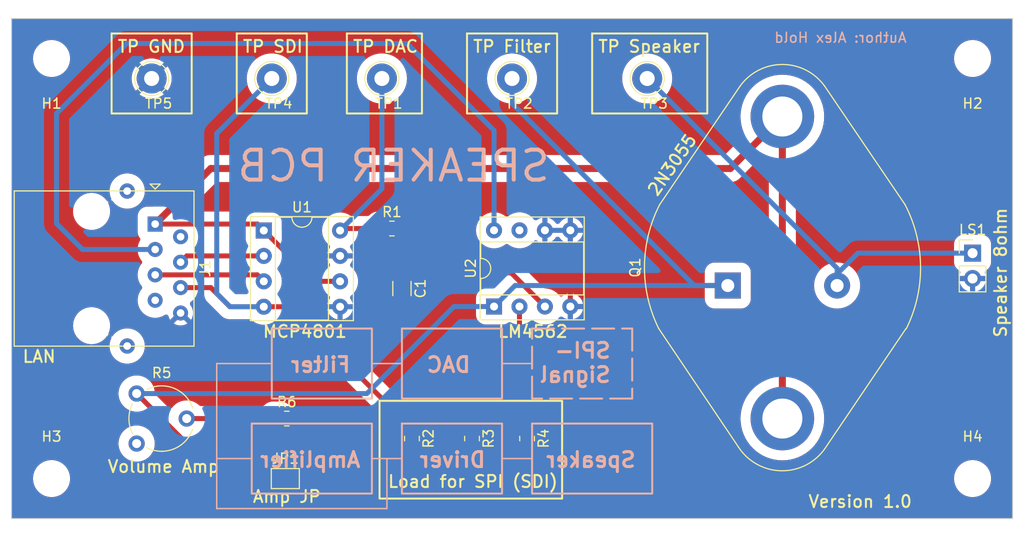
<source format=kicad_pcb>
(kicad_pcb (version 20221018) (generator pcbnew)
  (layers (0 "F.Cu" signal) (31 "B.Cu" signal) (34 "B.Paste" user) (35 "F.Paste" user) (36 "B.SilkS" user "B.Silkscreen") (37 "F.SilkS" user "F.Silkscreen") (38 "B.Mask" user) (39 "F.Mask" user) (44 "Edge.Cuts" user))
  (net 0 "")
  (net 1 "Net-(U2A-+)")
  (net 2 "GND")
  (net 3 "+5V")
  (net 4 "+3.3V")
  (net 5 "/OPV_VCC")
  (net 6 "/SCK")
  (net 7 "/MOSI")
  (net 8 "/MISO")
  (net 9 "/CS")
  (net 10 "Net-(JP1-A)")
  (net 11 "Net-(JP1-B)")
  (net 12 "Net-(Q1-E)")
  (net 13 "Net-(U1-Vout)")
  (footprint "MountingHole:MountingHole_3.2mm_M3" (layer "F.Cu") (at 197 79)
    (fp_text reference "H2" (at 0 4.5) (layer "F.SilkS"))
    (fp_text value "MountingHole")
    (pad "" np_thru_hole circle (at 0 0) (size 3.2 3.2) (drill 3.2) (layers "*.Cu" "*.Mask"))
  )
  (footprint "Potentiometer_THT:Potentiometer_Piher_PT-6-V_Vertical" (layer "F.Cu") (at 113.5 117.5)
    (fp_text reference "R5" (at 2.5 -7.06) (layer "F.SilkS"))
    (fp_text value "Poti 10k")
    (fp_arc (start -0.413387 -1.014798) (mid -0.770114 -2.499325) (end -0.414 -3.984) (stroke (width 0.12)) (layer "F.SilkS"))
    (fp_arc (start 1.016032 -5.413829) (mid 3.725524 -5.531609) (end 5.592 -3.564) (stroke (width 0.12)) (layer "F.SilkS"))
    (fp_arc (start 2.556863 0.770075) (mid 1.764071 0.686696) (end 1.015 0.414) (stroke (width 0.12)) (layer "F.SilkS"))
    (fp_arc (start 5.591846 -1.435392) (mid 4.398899 0.162158) (end 2.5 0.77) (stroke (width 0.12)) (layer "F.SilkS"))
    (pad "1" thru_hole circle (at 0 0) (size 1.62 1.62) (drill 0.9) (layers "*.Cu" "*.Mask"))
    (pad "2" thru_hole circle (at 5 -2.5) (size 1.62 1.62) (drill 0.9) (layers "*.Cu" "*.Mask") (net 10 "Net-(JP1-A)"))
    (pad "3" thru_hole circle (at 0 -5) (size 1.62 1.62) (drill 0.9) (layers "*.Cu" "*.Mask") (net 11 "Net-(JP1-B)"))
  )
  (footprint "TestPoint:TestPoint_Loop_D2.54mm_Drill1.5mm_Beaded" (layer "F.Cu") (at 138 81)
    (fp_text reference "TP1" (at 0.7 2.5) (layer "F.SilkS"))
    (fp_text value "TestPoint DAC")
    (fp_circle (center 0 0) (end 1.7 0) (stroke (width 0.12)) (fill none) (layer "F.SilkS"))
    (pad "1" thru_hole circle (at 0 0) (size 3 3) (drill 1.5) (layers "*.Cu" "*.Mask") (net 13 "Net-(U1-Vout)"))
  )
  (footprint "TestPoint:TestPoint_Loop_D2.54mm_Drill1.5mm_Beaded" (layer "F.Cu") (at 127 81)
    (fp_text reference "TP4" (at 0.7 2.5) (layer "F.SilkS"))
    (fp_text value "TestPoint SDI")
    (fp_circle (center 0 0) (end 1.7 0) (stroke (width 0.12)) (fill none) (layer "F.SilkS"))
    (pad "1" thru_hole circle (at 0 0) (size 3 3) (drill 1.5) (layers "*.Cu" "*.Mask") (net 7 "/MOSI"))
  )
  (footprint "MountingHole:MountingHole_3.2mm_M3" (layer "F.Cu") (at 105 79)
    (fp_text reference "H1" (at 0 4.5) (layer "F.SilkS"))
    (fp_text value "MountingHole")
    (pad "" np_thru_hole circle (at 0 0) (size 3.2 3.2) (drill 3.2) (layers "*.Cu" "*.Mask"))
  )
  (footprint "MountingHole:MountingHole_3.2mm_M3" (layer "F.Cu") (at 105 121)
    (fp_text reference "H3" (at 0 -4.2) (layer "F.SilkS"))
    (fp_text value "MountingHole")
    (pad "" np_thru_hole circle (at 0 0) (size 3.2 3.2) (drill 3.2) (layers "*.Cu" "*.Mask"))
  )
  (footprint "Package_TO_SOT_THT:TO-3" (layer "F.Cu") (at 172.55 101.7 90)
    (fp_text reference "Q1" (at 1.8 -9.25 90) (layer "F.SilkS"))
    (fp_text value "2N3055")
    (fp_line (start -4.3 -6.9) (end -16.2 1.1) (stroke (width 0.12)) (layer "F.SilkS"))
    (fp_line (start -4.3 17.8) (end -16.3 9.7) (stroke (width 0.12)) (layer "F.SilkS"))
    (fp_line (start 8.1 -6.8) (end 19.9 1.2) (stroke (width 0.12)) (layer "F.SilkS"))
    (fp_line (start 8.1 17.7) (end 19.9 9.7) (stroke (width 0.12)) (layer "F.SilkS"))
    (fp_arc (start -16.3 9.7) (mid -18.519226 5.373614) (end -16.2 1.1) (stroke (width 0.12)) (layer "F.SilkS"))
    (fp_arc (start -4.3 -6.9) (mid 1.911888 -8.324079) (end 8.1 -6.8) (stroke (width 0.12)) (layer "F.SilkS"))
    (fp_arc (start 8.1 17.7) (mid 1.902495 19.252998) (end -4.325 17.825) (stroke (width 0.12)) (layer "F.SilkS"))
    (fp_arc (start 19.9 1.2) (mid 22.102159 5.45) (end 19.9 9.7) (stroke (width 0.12)) (layer "F.SilkS"))
    (pad "1" thru_hole rect (at 0 0 90) (size 2.6 2.6) (drill 1.3) (layers "*.Cu" "*.Mask") (net 11 "Net-(JP1-B)"))
    (pad "2" thru_hole circle (at 0 10.92 90) (size 2.6 2.6) (drill 1.3) (layers "*.Cu" "*.Mask") (net 12 "Net-(Q1-E)"))
    (pad "3" thru_hole circle (at -13.3 5.45 90) (size 6.35 6.35) (drill 4) (layers "*.Cu" "*.Mask") (net 3 "+5V"))
    (pad "3" thru_hole circle (at 16.9 5.45 90) (size 6.35 6.35) (drill 4) (layers "*.Cu" "*.Mask") (net 3 "+5V"))
  )
  (footprint "TestPoint:TestPoint_Loop_D2.54mm_Drill1.5mm_Beaded" (layer "F.Cu") (at 115 81)
    (fp_text reference "TP5" (at 0.7 2.5) (layer "F.SilkS"))
    (fp_text value "TestPoint GND")
    (fp_circle (center 0 0) (end 1.7 0) (stroke (width 0.12)) (fill none) (layer "F.SilkS"))
    (pad "1" thru_hole circle (at 0 0) (size 3 3) (drill 1.5) (layers "*.Cu" "*.Mask") (net 2 "GND"))
  )
  (footprint "Resistor_SMD:R_0805_2012Metric_Pad1.20x1.40mm_HandSolder" (layer "F.Cu") (at 139 96)
    (fp_text reference "R1" (at 0 -1.65) (layer "F.SilkS"))
    (fp_text value "820")
    (fp_line (start -0.227064 -0.735) (end 0.227064 -0.735) (stroke (width 0.12)) (layer "F.SilkS"))
    (fp_line (start -0.227064 0.735) (end 0.227064 0.735) (stroke (width 0.12)) (layer "F.SilkS"))
    (pad "1" smd roundrect (at -1 0) (size 1.2 1.4) (layers "F.Cu" "F.Paste" "F.Mask") (roundrect_rratio 0.208333) (net 13 "Net-(U1-Vout)"))
    (pad "2" smd roundrect (at 1 0) (size 1.2 1.4) (layers "F.Cu" "F.Paste" "F.Mask") (roundrect_rratio 0.208333) (net 1 "Net-(U2A-+)"))
  )
  (footprint "TestPoint:TestPoint_Loop_D2.54mm_Drill1.5mm_Beaded" (layer "F.Cu") (at 164.5 81)
    (fp_text reference "TP3" (at 0.7 2.5) (layer "F.SilkS"))
    (fp_text value "TestPoint Speaker")
    (fp_circle (center 0 0) (end 1.7 0) (stroke (width 0.12)) (fill none) (layer "F.SilkS"))
    (pad "1" thru_hole circle (at 0 0) (size 3 3) (drill 1.5) (layers "*.Cu" "*.Mask") (net 12 "Net-(Q1-E)"))
  )
  (footprint "Package_DIP:DIP-8_W7.62mm_Socket" (layer "F.Cu") (at 126.2 96.2)
    (fp_text reference "U1" (at 3.81 -2.33) (layer "F.SilkS"))
    (fp_text value "MCP4801")
    (fp_line (start -1.33 -1.39) (end -1.33 9.01) (stroke (width 0.12)) (layer "F.SilkS"))
    (fp_line (start -1.33 9.01) (end 8.95 9.01) (stroke (width 0.12)) (layer "F.SilkS"))
    (fp_line (start 1.16 -1.33) (end 1.16 8.95) (stroke (width 0.12)) (layer "F.SilkS"))
    (fp_line (start 1.16 8.95) (end 6.46 8.95) (stroke (width 0.12)) (layer "F.SilkS"))
    (fp_line (start 2.81 -1.33) (end 1.16 -1.33) (stroke (width 0.12)) (layer "F.SilkS"))
    (fp_line (start 6.46 -1.33) (end 4.81 -1.33) (stroke (width 0.12)) (layer "F.SilkS"))
    (fp_line (start 6.46 8.95) (end 6.46 -1.33) (stroke (width 0.12)) (layer "F.SilkS"))
    (fp_line (start 8.95 -1.39) (end -1.33 -1.39) (stroke (width 0.12)) (layer "F.SilkS"))
    (fp_line (start 8.95 9.01) (end 8.95 -1.39) (stroke (width 0.12)) (layer "F.SilkS"))
    (fp_arc (start 4.81 -1.33) (mid 3.81 -0.33) (end 2.81 -1.33) (stroke (width 0.12)) (layer "F.SilkS"))
    (pad "1" thru_hole rect (at 0 0) (size 1.6 1.6) (drill 0.8) (layers "*.Cu" "*.Mask") (net 3 "+5V"))
    (pad "2" thru_hole oval (at 0 2.54) (size 1.6 1.6) (drill 0.8) (layers "*.Cu" "*.Mask") (net 9 "/CS"))
    (pad "3" thru_hole oval (at 0 5.08) (size 1.6 1.6) (drill 0.8) (layers "*.Cu" "*.Mask") (net 6 "/SCK"))
    (pad "4" thru_hole oval (at 0 7.62) (size 1.6 1.6) (drill 0.8) (layers "*.Cu" "*.Mask") (net 7 "/MOSI"))
    (pad "5" thru_hole oval (at 7.62 7.62) (size 1.6 1.6) (drill 0.8) (layers "*.Cu" "*.Mask") (net 2 "GND"))
    (pad "6" thru_hole oval (at 7.62 5.08) (size 1.6 1.6) (drill 0.8) (layers "*.Cu" "*.Mask") (net 3 "+5V"))
    (pad "7" thru_hole oval (at 7.62 2.54) (size 1.6 1.6) (drill 0.8) (layers "*.Cu" "*.Mask") (net 2 "GND"))
    (pad "8" thru_hole oval (at 7.62 0) (size 1.6 1.6) (drill 0.8) (layers "*.Cu" "*.Mask") (net 13 "Net-(U1-Vout)"))
  )
  (footprint "TestPoint:TestPoint_Loop_D2.54mm_Drill1.5mm_Beaded" (layer "F.Cu") (at 151 81)
    (fp_text reference "TP2" (at 0.7 2.5) (layer "F.SilkS"))
    (fp_text value "TestPoint Filter")
    (fp_circle (center 0 0) (end 1.7 0) (stroke (width 0.12)) (fill none) (layer "F.SilkS"))
    (pad "1" thru_hole circle (at 0 0) (size 3 3) (drill 1.5) (layers "*.Cu" "*.Mask") (net 11 "Net-(JP1-B)"))
  )
  (footprint "Library:RJ45_Amphenol_54602-x08_Horizontal_Custom" (layer "F.Cu") (at 115.35 95.555 -90)
    (fp_text reference "J1" (at 4.445 -5 90) (layer "F.SilkS"))
    (fp_text value "8P8C")
    (fp_line (start -4 -0.5) (end -4 0.5) (stroke (width 0.12)) (layer "F.SilkS"))
    (fp_line (start -4 0.5) (end -3.5 0) (stroke (width 0.12)) (layer "F.SilkS"))
    (fp_line (start -3.5 0) (end -4 -0.5) (stroke (width 0.12)) (layer "F.SilkS"))
    (fp_line (start -3.315 -3.88) (end -3.315 14.08) (stroke (width 0.12)) (layer "F.SilkS"))
    (fp_line (start -3.315 14.08) (end 12.205 14.08) (stroke (width 0.12)) (layer "F.SilkS"))
    (fp_line (start 12.205 -3.88) (end -3.315 -3.88) (stroke (width 0.12)) (layer "F.SilkS"))
    (fp_line (start 12.205 -3.88) (end 12.205 14.08) (stroke (width 0.12)) (layer "F.SilkS"))
    (pad "" np_thru_hole circle (at -1.27 6.35 270) (size 3.2 3.2) (drill 3.2) (layers "*.Cu" "*.Mask"))
    (pad "" np_thru_hole circle (at 10.16 6.35 270) (size 3.2 3.2) (drill 3.2) (layers "*.Cu" "*.Mask"))
    (pad "1" thru_hole rect (at 0 0 270) (size 1.5 1.5) (drill 0.76) (layers "*.Cu" "*.Mask") (net 3 "+5V"))
    (pad "2" thru_hole circle (at 1.27 -2.54 270) (size 1.5 1.5) (drill 0.76) (layers "*.Cu" "*.Mask") (net 4 "+3.3V"))
    (pad "3" thru_hole circle (at 2.54 0 270) (size 1.5 1.5) (drill 0.76) (layers "*.Cu" "*.Mask") (net 5 "/OPV_VCC"))
    (pad "4" thru_hole circle (at 3.81 -2.54 270) (size 1.5 1.5) (drill 0.76) (layers "*.Cu" "*.Mask") (net 9 "/CS"))
    (pad "5" thru_hole circle (at 5.08 0 270) (size 1.5 1.5) (drill 0.76) (layers "*.Cu" "*.Mask") (net 6 "/SCK"))
    (pad "6" thru_hole circle (at 6.35 -2.54 270) (size 1.5 1.5) (drill 0.76) (layers "*.Cu" "*.Mask") (net 7 "/MOSI"))
    (pad "7" thru_hole circle (at 7.62 0 270) (size 1.5 1.5) (drill 0.76) (layers "*.Cu" "*.Mask") (net 8 "/MISO"))
    (pad "8" thru_hole circle (at 8.89 -2.54 270) (size 1.5 1.5) (drill 0.76) (layers "*.Cu" "*.Mask") (net 2 "GND"))
    (pad "9" thru_hole circle (at -3.302 2.794 270) (size 1.524 1.524) (drill 0.762) (layers "*.Cu" "*.Mask"))
    (pad "9" thru_hole circle (at 12.192 2.794 270) (size 1.524 1.524) (drill 0.762) (layers "*.Cu" "*.Mask"))
  )
  (footprint "Connector_PinHeader_2.54mm:PinHeader_1x02_P2.54mm_Vertical" (layer "F.Cu") (at 197 98.46)
    (fp_text reference "LS1" (at 0 -2.33) (layer "F.SilkS"))
    (fp_text value "Speaker 8ohm")
    (fp_line (start -1.33 -1.33) (end 0 -1.33) (stroke (width 0.12)) (layer "F.SilkS"))
    (fp_line (start -1.33 0) (end -1.33 -1.33) (stroke (width 0.12)) (layer "F.SilkS"))
    (fp_line (start -1.33 1.27) (end -1.33 3.87) (stroke (width 0.12)) (layer "F.SilkS"))
    (fp_line (start -1.33 1.27) (end 1.33 1.27) (stroke (width 0.12)) (layer "F.SilkS"))
    (fp_line (start -1.33 3.87) (end 1.33 3.87) (stroke (width 0.12)) (layer "F.SilkS"))
    (fp_line (start 1.33 1.27) (end 1.33 3.87) (stroke (width 0.12)) (layer "F.SilkS"))
    (pad "1" thru_hole rect (at 0 0) (size 1.7 1.7) (drill 1) (layers "*.Cu" "*.Mask") (net 12 "Net-(Q1-E)"))
    (pad "2" thru_hole oval (at 0 2.54) (size 1.7 1.7) (drill 1) (layers "*.Cu" "*.Mask") (net 2 "GND"))
  )
  (footprint "Resistor_SMD:R_0805_2012Metric_Pad1.20x1.40mm_HandSolder" (layer "F.Cu") (at 128.5 115)
    (fp_text reference "R6" (at 0 -1.65) (layer "F.SilkS"))
    (fp_text value "4.7k")
    (fp_line (start -0.227064 -0.735) (end 0.227064 -0.735) (stroke (width 0.12)) (layer "F.SilkS"))
    (fp_line (start -0.227064 0.735) (end 0.227064 0.735) (stroke (width 0.12)) (layer "F.SilkS"))
    (pad "1" smd roundrect (at -1 0) (size 1.2 1.4) (layers "F.Cu" "F.Paste" "F.Mask") (roundrect_rratio 0.208333) (net 10 "Net-(JP1-A)"))
    (pad "2" smd roundrect (at 1 0) (size 1.2 1.4) (layers "F.Cu" "F.Paste" "F.Mask") (roundrect_rratio 0.208333) (net 2 "GND"))
  )
  (footprint "Resistor_SMD:R_0805_2012Metric_Pad1.20x1.40mm_HandSolder" (layer "F.Cu") (at 147 117 -90)
    (fp_text reference "R3" (at 0 -1.65 90) (layer "F.SilkS"))
    (fp_text value "R")
    (fp_line (start -0.227064 -0.735) (end 0.227064 -0.735) (stroke (width 0.12)) (layer "F.SilkS"))
    (fp_line (start -0.227064 0.735) (end 0.227064 0.735) (stroke (width 0.12)) (layer "F.SilkS"))
    (pad "1" smd roundrect (at -1 0 270) (size 1.2 1.4) (layers "F.Cu" "F.Paste" "F.Mask") (roundrect_rratio 0.208333) (net 7 "/MOSI"))
    (pad "2" smd roundrect (at 1 0 270) (size 1.2 1.4) (layers "F.Cu" "F.Paste" "F.Mask") (roundrect_rratio 0.208333) (net 2 "GND"))
  )
  (footprint "Package_DIP:DIP-8_W7.62mm_Socket" (layer "F.Cu") (at 149.2 103.8 90)
    (fp_text reference "U2" (at 3.81 -2.33 90) (layer "F.SilkS"))
    (fp_text value "LM4562")
    (fp_line (start -1.33 -1.39) (end -1.33 9.01) (stroke (width 0.12)) (layer "F.SilkS"))
    (fp_line (start -1.33 9.01) (end 8.95 9.01) (stroke (width 0.12)) (layer "F.SilkS"))
    (fp_line (start 1.16 -1.33) (end 1.16 8.95) (stroke (width 0.12)) (layer "F.SilkS"))
    (fp_line (start 1.16 8.95) (end 6.46 8.95) (stroke (width 0.12)) (layer "F.SilkS"))
    (fp_line (start 2.81 -1.33) (end 1.16 -1.33) (stroke (width 0.12)) (layer "F.SilkS"))
    (fp_line (start 6.46 -1.33) (end 4.81 -1.33) (stroke (width 0.12)) (layer "F.SilkS"))
    (fp_line (start 6.46 8.95) (end 6.46 -1.33) (stroke (width 0.12)) (layer "F.SilkS"))
    (fp_line (start 8.95 -1.39) (end -1.33 -1.39) (stroke (width 0.12)) (layer "F.SilkS"))
    (fp_line (start 8.95 9.01) (end 8.95 -1.39) (stroke (width 0.12)) (layer "F.SilkS"))
    (fp_arc (start 4.81 -1.33) (mid 3.81 -0.33) (end 2.81 -1.33) (stroke (width 0.12)) (layer "F.SilkS"))
    (pad "1" thru_hole rect (at 0 0 90) (size 1.6 1.6) (drill 0.8) (layers "*.Cu" "*.Mask") (net 11 "Net-(JP1-B)"))
    (pad "2" thru_hole oval (at 0 2.54 90) (size 1.6 1.6) (drill 0.8) (layers "*.Cu" "*.Mask") (net 10 "Net-(JP1-A)"))
    (pad "3" thru_hole oval (at 0 5.08 90) (size 1.6 1.6) (drill 0.8) (layers "*.Cu" "*.Mask") (net 1 "Net-(U2A-+)"))
    (pad "4" thru_hole oval (at 0 7.62 90) (size 1.6 1.6) (drill 0.8) (layers "*.Cu" "*.Mask") (net 2 "GND"))
    (pad "5" thru_hole oval (at 7.62 7.62 90) (size 1.6 1.6) (drill 0.8) (layers "*.Cu" "*.Mask") (net 2 "GND"))
    (pad "6" thru_hole oval (at 7.62 5.08 90) (size 1.6 1.6) (drill 0.8) (layers "*.Cu" "*.Mask") (net 2 "GND"))
    (pad "7" thru_hole oval (at 7.62 2.54 90) (size 1.6 1.6) (drill 0.8) (layers "*.Cu" "*.Mask"))
    (pad "8" thru_hole oval (at 7.62 0 90) (size 1.6 1.6) (drill 0.8) (layers "*.Cu" "*.Mask") (net 5 "/OPV_VCC"))
  )
  (footprint "Resistor_SMD:R_0805_2012Metric_Pad1.20x1.40mm_HandSolder" (layer "F.Cu") (at 141 117 -90)
    (fp_text reference "R2" (at 0 -1.65 90) (layer "F.SilkS"))
    (fp_text value "R")
    (fp_line (start -0.227064 -0.735) (end 0.227064 -0.735) (stroke (width 0.12)) (layer "F.SilkS"))
    (fp_line (start -0.227064 0.735) (end 0.227064 0.735) (stroke (width 0.12)) (layer "F.SilkS"))
    (pad "1" smd roundrect (at -1 0 270) (size 1.2 1.4) (layers "F.Cu" "F.Paste" "F.Mask") (roundrect_rratio 0.208333) (net 7 "/MOSI"))
    (pad "2" smd roundrect (at 1 0 270) (size 1.2 1.4) (layers "F.Cu" "F.Paste" "F.Mask") (roundrect_rratio 0.208333) (net 2 "GND"))
  )
  (footprint "Capacitor_SMD:C_1206_3216Metric_Pad1.33x1.80mm_HandSolder" (layer "F.Cu") (at 140 102 -90)
    (fp_text reference "C1" (at 0 -1.85 90) (layer "F.SilkS"))
    (fp_text value "10n")
    (fp_line (start -0.711252 -0.91) (end 0.711252 -0.91) (stroke (width 0.12)) (layer "F.SilkS"))
    (fp_line (start -0.711252 0.91) (end 0.711252 0.91) (stroke (width 0.12)) (layer "F.SilkS"))
    (pad "1" smd roundrect (at -1.5625 0 270) (size 1.325 1.8) (layers "F.Cu" "F.Paste" "F.Mask") (roundrect_rratio 0.188679) (net 1 "Net-(U2A-+)"))
    (pad "2" smd roundrect (at 1.5625 0 270) (size 1.325 1.8) (layers "F.Cu" "F.Paste" "F.Mask") (roundrect_rratio 0.188679) (net 2 "GND"))
  )
  (footprint "Jumper:SolderJumper-2_P1.3mm_Open_Pad1.0x1.5mm" (layer "F.Cu") (at 128.35 121 180)
    (fp_text reference "JP1" (at 0 2) (layer "F.SilkS"))
    (fp_text value "SJ_R_Trim")
    (fp_line (start -1.4 -1) (end 1.4 -1) (stroke (width 0.12)) (layer "F.SilkS"))
    (fp_line (start -1.4 1) (end -1.4 -1) (stroke (width 0.12)) (layer "F.SilkS"))
    (fp_line (start 1.4 -1) (end 1.4 1) (stroke (width 0.12)) (layer "F.SilkS"))
    (fp_line (start 1.4 1) (end -1.4 1) (stroke (width 0.12)) (layer "F.SilkS"))
    (pad "1" smd rect (at -0.65 0 180) (size 1 1.5) (layers "F.Cu" "F.Mask") (net 10 "Net-(JP1-A)"))
    (pad "2" smd rect (at 0.65 0 180) (size 1 1.5) (layers "F.Cu" "F.Mask") (net 11 "Net-(JP1-B)"))
  )
  (footprint "MountingHole:MountingHole_3.2mm_M3" (layer "F.Cu") (at 197 121)
    (fp_text reference "H4" (at 0 -4.2) (layer "F.SilkS"))
    (fp_text value "MountingHole")
    (pad "" np_thru_hole circle (at 0 0) (size 3.2 3.2) (drill 3.2) (layers "*.Cu" "*.Mask"))
  )
  (footprint "Resistor_SMD:R_0805_2012Metric_Pad1.20x1.40mm_HandSolder" (layer "F.Cu") (at 152.5 117 -90)
    (fp_text reference "R4" (at 0 -1.65 90) (layer "F.SilkS"))
    (fp_text value "R")
    (fp_line (start -0.227064 -0.735) (end 0.227064 -0.735) (stroke (width 0.12)) (layer "F.SilkS"))
    (fp_line (start -0.227064 0.735) (end 0.227064 0.735) (stroke (width 0.12)) (layer "F.SilkS"))
    (pad "1" smd roundrect (at -1 0 270) (size 1.2 1.4) (layers "F.Cu" "F.Paste" "F.Mask") (roundrect_rratio 0.208333) (net 7 "/MOSI"))
    (pad "2" smd roundrect (at 1 0 270) (size 1.2 1.4) (layers "F.Cu" "F.Paste" "F.Mask") (roundrect_rratio 0.208333) (net 2 "GND"))
  )
  (gr_rect (start 150 106) (end 140 113) (stroke (width 0.2)) (fill none) (layer "B.SilkS"))
  (gr_line (start 127 109.5) (end 121.5 109.5) (stroke (width 0.15)) (layer "B.SilkS"))
  (gr_line (start 140 119) (end 137 119) (stroke (width 0.15)) (layer "B.SilkS"))
  (gr_rect (start 125 122.5) (end 137 115.5) (stroke (width 0.2)) (fill none) (layer "B.SilkS"))
  (gr_line (start 121.5 124) (end 121.5 119) (stroke (width 0.15)) (layer "B.SilkS"))
  (gr_line (start 153 109.5) (end 150 109.5) (stroke (width 0.15)) (layer "B.SilkS"))
  (gr_line (start 121.5 109.5) (end 121.5 119) (stroke (width 0.15)) (layer "B.SilkS"))
  (gr_rect (start 153 122.5) (end 165 115.5) (stroke (width 0.2)) (fill none) (layer "B.SilkS"))
  (gr_line (start 153 119) (end 150 119) (stroke (width 0.15)) (layer "B.SilkS"))
  (gr_rect (start 140 122.5) (end 150 115.5) (stroke (width 0.2)) (fill none) (layer "B.SilkS"))
  (gr_line (start 121.5 119) (end 125 119) (stroke (width 0.15)) (layer "B.SilkS"))
  (gr_line (start 140 109.5) (end 137 109.5) (stroke (width 0.15)) (layer "B.SilkS"))
  (gr_line (start 138.5 124) (end 121.5 124) (stroke (width 0.15)) (layer "B.SilkS"))
  (gr_rect (start 163 106) (end 153 113) (stroke (width 0.2) (type dash)) (fill none) (layer "B.SilkS"))
  (gr_rect (start 137 106) (end 127 113) (stroke (width 0.2)) (fill none) (layer "B.SilkS"))
  (gr_line (start 138.5 119) (end 138.5 124) (stroke (width 0.15)) (layer "B.SilkS"))
  (gr_rect (start 146.5 76.5) (end 155.5 84.5) (stroke (width 0.2)) (fill none) (layer "F.SilkS"))
  (gr_rect (start 123.5 76.5) (end 130.5 84.5) (stroke (width 0.2)) (fill none) (layer "F.SilkS"))
  (gr_rect (start 137.765 113.227064) (end 156 123) (stroke (width 0.2)) (fill none) (layer "F.SilkS"))
  (gr_rect (start 111 76.5) (end 119 84.5) (stroke (width 0.2)) (fill none) (layer "F.SilkS"))
  (gr_rect (start 159 76.5) (end 170.5 84.5) (stroke (width 0.2)) (fill none) (layer "F.SilkS"))
  (gr_rect (start 134.5 76.5) (end 142 84.5) (stroke (width 0.2)) (fill none) (layer "F.SilkS"))
  (gr_rect (start 101 75) (end 201 125) (stroke (width 0.1)) (fill none) (layer "Edge.Cuts"))
  (gr_text "Amplifier\n" (at 136 120) (layer "B.SilkS") (effects (font (size 1.5 1.5) (thickness 0.3) bold) (justify left bottom mirror)))
  (gr_text "Filter" (at 135 110.5) (layer "B.SilkS") (effects (font (size 1.5 1.5) (thickness 0.3) bold) (justify left bottom mirror)))
  (gr_text "SPEAKER PCB" (at 155 91.5) (layer "B.SilkS") (effects (font (size 3 3) (thickness 0.4)) (justify left bottom mirror)))
  (gr_text "SPI-\nSignal" (at 161 111.5) (layer "B.SilkS") (effects (font (size 1.5 1.5) (thickness 0.3) bold) (justify left bottom mirror)))
  (gr_text "Speaker" (at 163.5 120) (layer "B.SilkS") (effects (font (size 1.5 1.5) (thickness 0.3) bold) (justify left bottom mirror)))
  (gr_text "DAC" (at 147 110.5) (layer "B.SilkS") (effects (font (size 1.5 1.5) (thickness 0.3) bold) (justify left bottom mirror)))
  (gr_text "Driver" (at 148.5 120) (layer "B.SilkS") (effects (font (size 1.5 1.5) (thickness 0.3) bold) (justify left bottom mirror)))
  (gr_text "Author: Alex Hold" (at 190.5 77.5) (layer "B.SilkS") (effects (font (size 1 1)) (justify left bottom mirror)))
  (gr_text "LAN" (at 102 109.5) (layer "F.SilkS") (effects (font (size 1.2 1.2) (thickness 0.2) bold) (justify left bottom)))
  (gr_text "Amp JP" (at 125 123.5) (layer "F.SilkS") (effects (font (size 1.2 1.2) (thickness 0.2) bold) (justify left bottom)))
  (gr_text "2N3055" (at 165.5 93 55) (layer "F.SilkS") (effects (font (size 1.2 1.2) (thickness 0.2) bold) (justify left bottom)))
  (gr_text "TP SDI" (at 124 78.5) (layer "F.SilkS") (effects (font (size 1.2 1.2) (thickness 0.2) bold) (justify left bottom)))
  (gr_text "TP Filter" (at 147 78.5) (layer "F.SilkS") (effects (font (size 1.2 1.2) (thickness 0.2) bold) (justify left bottom)))
  (gr_text "MCP4801" (at 126 107) (layer "F.SilkS") (effects (font (size 1.2 1.2) (thickness 0.2) bold) (justify left bottom)))
  (gr_text "Volume Amp" (at 110.5 120.5) (layer "F.SilkS") (effects (font (size 1.2 1.2) (thickness 0.2) bold) (justify left bottom)))
  (gr_text "Speaker 8ohm" (at 200.5 107 90) (layer "F.SilkS") (effects (font (size 1.2 1.2) (thickness 0.2) bold) (justify left bottom)))
  (gr_text "TP Speaker" (at 159.5 78.5) (layer "F.SilkS") (effects (font (size 1.2 1.2) (thickness 0.2) bold) (justify left bottom)))
  (gr_text "TP GND" (at 111.5 78.5) (layer "F.SilkS") (effects (font (size 1.2 1.2) (thickness 0.2) bold) (justify left bottom)))
  (gr_text "Load for SPI (SDI)" (at 138.5 122) (layer "F.SilkS") (effects (font (size 1.2 1.2) (thickness 0.2) bold) (justify left bottom)))
  (gr_text "Version 1.0" (at 180.5 124) (layer "F.SilkS") (effects (font (size 1.2 1.2) (thickness 0.2) bold) (justify left bottom)))
  (gr_text "TP DAC\n" (at 135 78.5) (layer "F.SilkS") (effects (font (size 1.2 1.2) (thickness 0.2) bold) (justify left bottom)))
  (gr_text "LM4562" (at 149.5 107) (layer "F.SilkS") (effects (font (size 1.2 1.2) (thickness 0.2) bold) (justify left bottom)))
  (segment (start 140 96) (end 140 100.4375) (width 0.5) (layer "F.Cu") (net 1))
  (segment (start 150.9175 100.4375) (end 154.28 103.8) (width 0.5) (layer "F.Cu") (net 1))
  (segment (start 140 100.4375) (end 150.9175 100.4375) (width 0.5) (layer "F.Cu") (net 1))
  (segment (start 172.8 90) (end 120.905 90) (width 0.7) (layer "F.Cu") (net 3))
  (segment (start 126.2 96.2) (end 125.555 95.555) (width 0.5) (layer "F.Cu") (net 3))
  (segment (start 125.555 95.555) (end 115.35 95.555) (width 0.5) (layer "F.Cu") (net 3))
  (segment (start 133.82 101.28) (end 131.28 101.28) (width 0.5) (layer "F.Cu") (net 3))
  (segment (start 178 84.8) (end 172.8 90) (width 0.7) (layer "F.Cu") (net 3))
  (segment (start 131.28 101.28) (end 126.2 96.2) (width 0.5) (layer "F.Cu") (net 3))
  (segment (start 178 84.8) (end 178 115) (width 0.7) (layer "F.Cu") (net 3))
  (segment (start 120.905 90) (end 115.35 95.555) (width 0.7) (layer "F.Cu") (net 3))
  (segment (start 112.5 77.5) (end 105.5 84.5) (width 0.5) (layer "B.Cu") (net 5))
  (segment (start 105.5 84.5) (end 105.5 95.5) (width 0.5) (layer "B.Cu") (net 5))
  (segment (start 149.2 96.18) (end 149.2 86.2) (width 0.5) (layer "B.Cu") (net 5))
  (segment (start 140.5 77.5) (end 112.5 77.5) (width 0.5) (layer "B.Cu") (net 5))
  (segment (start 108.095 98.095) (end 115.35 98.095) (width 0.5) (layer "B.Cu") (net 5))
  (segment (start 105.5 95.5) (end 108.095 98.095) (width 0.5) (layer "B.Cu") (net 5))
  (segment (start 149.2 86.2) (end 140.5 77.5) (width 0.5) (layer "B.Cu") (net 5))
  (segment (start 125.555 100.635) (end 115.35 100.635) (width 0.5) (layer "F.Cu") (net 6))
  (segment (start 126.2 101.28) (end 125.555 100.635) (width 0.5) (layer "F.Cu") (net 6))
  (segment (start 152.5 116) (end 141 116) (width 0.5) (layer "F.Cu") (net 7))
  (segment (start 120.905 101.905) (end 117.89 101.905) (width 0.5) (layer "F.Cu") (net 7))
  (segment (start 122.82 103.82) (end 120.905 101.905) (width 0.5) (layer "F.Cu") (net 7))
  (segment (start 126.2 103.82) (end 122.82 103.82) (width 0.5) (layer "F.Cu") (net 7))
  (segment (start 141 116) (end 128.82 103.82) (width 0.5) (layer "F.Cu") (net 7))
  (segment (start 128.82 103.82) (end 126.2 103.82) (width 0.5) (layer "F.Cu") (net 7))
  (segment (start 122.82 103.82) (end 126.2 103.82) (width 0.5) (layer "B.Cu") (net 7))
  (segment (start 127 81) (end 121.5 86.5) (width 0.5) (layer "B.Cu") (net 7))
  (segment (start 121.5 86.5) (end 121.5 102.5) (width 0.5) (layer "B.Cu") (net 7))
  (segment (start 121.5 102.5) (end 122.82 103.82) (width 0.5) (layer "B.Cu") (net 7))
  (segment (start 118.515 98.74) (end 117.89 99.365) (width 0.5) (layer "F.Cu") (net 9))
  (segment (start 126.2 98.74) (end 118.515 98.74) (width 0.5) (layer "F.Cu") (net 9))
  (segment (start 129 121) (end 129 119) (width 0.5) (layer "F.Cu") (net 10))
  (segment (start 129 119) (end 127.5 117.5) (width 0.5) (layer "F.Cu") (net 10))
  (segment (start 127.5 115) (end 118.5 115) (width 0.5) (layer "F.Cu") (net 10))
  (segment (start 151.74 106.24) (end 157.5 112) (width 0.5) (layer "F.Cu") (net 10))
  (segment (start 127.5 117.5) (end 127.5 115) (width 0.5) (layer "F.Cu") (net 10))
  (segment (start 157.5 112) (end 157.5 120) (width 0.5) (layer "F.Cu") (net 10))
  (segment (start 151.74 103.8) (end 151.74 106.24) (width 0.5) (layer "F.Cu") (net 10))
  (segment (start 156.5 121) (end 129 121) (width 0.5) (layer "F.Cu") (net 10))
  (segment (start 157.5 120) (end 156.5 121) (width 0.5) (layer "F.Cu") (net 10))
  (segment (start 127.7 121) (end 122 121) (width 0.5) (layer "F.Cu") (net 11))
  (segment (start 122 121) (end 113.5 112.5) (width 0.5) (layer "F.Cu") (net 11))
  (segment (start 151.3 101.7) (end 149.2 103.8) (width 0.5) (layer "B.Cu") (net 11))
  (segment (start 145.2 103.8) (end 136.5 112.5) (width 0.5) (layer "B.Cu") (net 11))
  (segment (start 136.5 112.5) (end 113.5 112.5) (width 0.5) (layer "B.Cu") (net 11))
  (segment (start 169.2 101.7) (end 172.55 101.7) (width 0.5) (layer "B.Cu") (net 11))
  (segment (start 149.2 103.8) (end 145.2 103.8) (width 0.5) (layer "B.Cu") (net 11))
  (segment (start 151 83.5) (end 169.2 101.7) (width 0.5) (layer "B.Cu") (net 11))
  (segment (start 172.55 101.7) (end 151.3 101.7) (width 0.5) (layer "B.Cu") (net 11))
  (segment (start 151 81) (end 151 83.5) (width 0.5) (layer "B.Cu") (net 11))
  (segment (start 183.47 100.53) (end 185.54 98.46) (width 0.5) (layer "B.Cu") (net 12))
  (segment (start 164.5 81) (end 183.47 99.97) (width 0.5) (layer "B.Cu") (net 12))
  (segment (start 185.54 98.46) (end 197 98.46) (width 0.5) (layer "B.Cu") (net 12))
  (segment (start 183.47 101.7) (end 183.47 100.53) (width 0.5) (layer "B.Cu") (net 12))
  (segment (start 183.47 99.97) (end 183.47 101.7) (width 0.5) (layer "B.Cu") (net 12))
  (segment (start 134.02 96) (end 133.82 96.2) (width 0.5) (layer "F.Cu") (net 13))
  (segment (start 138 96) (end 134.02 96) (width 0.5) (layer "F.Cu") (net 13))
  (segment (start 138 92.02) (end 133.82 96.2) (width 0.5) (layer "B.Cu") (net 13))
  (segment (start 138 81) (end 138 92.02) (width 0.5) (layer "B.Cu") (net 13))
  (zone (net 2) (net_name "GND") (layers "F&B.Cu") (connect_pads (clearance 1)) (min_thickness 0.5) (fill yes (thermal_gap 0.5) (thermal_bridge_width 0.5))
    (polygon (pts (xy 101 75) (xy 101 125) (xy 201 125) (xy 201 75)))
  )
)
</source>
